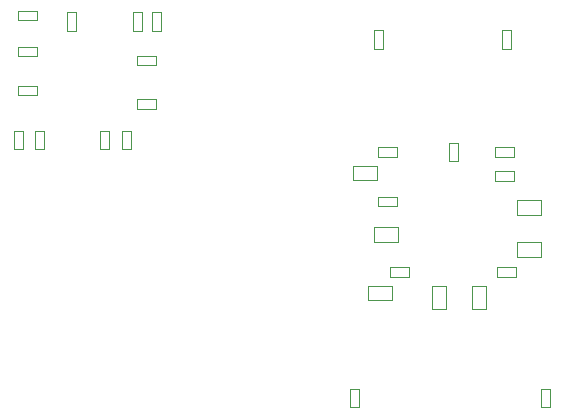
<source format=gbr>
G04 #@! TF.GenerationSoftware,KiCad,Pcbnew,(5.1.2-1)-1*
G04 #@! TF.CreationDate,2020-07-05T10:41:52+01:00*
G04 #@! TF.ProjectId,MZ80-80CLR,4d5a3830-2d38-4304-934c-522e6b696361,rev?*
G04 #@! TF.SameCoordinates,Original*
G04 #@! TF.FileFunction,Other,Fab,Bot*
%FSLAX46Y46*%
G04 Gerber Fmt 4.6, Leading zero omitted, Abs format (unit mm)*
G04 Created by KiCad (PCBNEW (5.1.2-1)-1) date 2020-07-05 10:41:52*
%MOMM*%
%LPD*%
G04 APERTURE LIST*
%ADD10C,0.100000*%
G04 APERTURE END LIST*
D10*
X116240000Y-77994000D02*
X116240000Y-79994000D01*
X117440000Y-77994000D02*
X116240000Y-77994000D01*
X117440000Y-79994000D02*
X117440000Y-77994000D01*
X116240000Y-79994000D02*
X117440000Y-79994000D01*
X119669000Y-77994000D02*
X119669000Y-79994000D01*
X120869000Y-77994000D02*
X119669000Y-77994000D01*
X120869000Y-79994000D02*
X120869000Y-77994000D01*
X119669000Y-79994000D02*
X120869000Y-79994000D01*
X123460000Y-71974000D02*
X125460000Y-71974000D01*
X123460000Y-70774000D02*
X123460000Y-71974000D01*
X125460000Y-70774000D02*
X123460000Y-70774000D01*
X125460000Y-71974000D02*
X125460000Y-70774000D01*
X112887000Y-78013000D02*
X110887000Y-78013000D01*
X112887000Y-79213000D02*
X112887000Y-78013000D01*
X110887000Y-79213000D02*
X112887000Y-79213000D01*
X110887000Y-78013000D02*
X110887000Y-79213000D01*
X123460000Y-75530000D02*
X125460000Y-75530000D01*
X123460000Y-74330000D02*
X123460000Y-75530000D01*
X125460000Y-74330000D02*
X123460000Y-74330000D01*
X125460000Y-75530000D02*
X125460000Y-74330000D01*
X113395000Y-73060000D02*
X111395000Y-73060000D01*
X113395000Y-74260000D02*
X113395000Y-73060000D01*
X111395000Y-74260000D02*
X113395000Y-74260000D01*
X111395000Y-73060000D02*
X111395000Y-74260000D01*
X111617000Y-67853000D02*
X109617000Y-67853000D01*
X111617000Y-69053000D02*
X111617000Y-67853000D01*
X109617000Y-69053000D02*
X111617000Y-69053000D01*
X109617000Y-67853000D02*
X109617000Y-69053000D01*
X80880000Y-64859000D02*
X80880000Y-66459000D01*
X81680000Y-64859000D02*
X80880000Y-64859000D01*
X81680000Y-66459000D02*
X81680000Y-64859000D01*
X80880000Y-66459000D02*
X81680000Y-66459000D01*
X82842000Y-61068000D02*
X81242000Y-61068000D01*
X82842000Y-61868000D02*
X82842000Y-61068000D01*
X81242000Y-61868000D02*
X82842000Y-61868000D01*
X81242000Y-61068000D02*
X81242000Y-61868000D01*
X82658000Y-64859000D02*
X82658000Y-66459000D01*
X83458000Y-64859000D02*
X82658000Y-64859000D01*
X83458000Y-66459000D02*
X83458000Y-64859000D01*
X82658000Y-66459000D02*
X83458000Y-66459000D01*
X88119000Y-64859000D02*
X88119000Y-66459000D01*
X88919000Y-64859000D02*
X88119000Y-64859000D01*
X88919000Y-66459000D02*
X88919000Y-64859000D01*
X88119000Y-66459000D02*
X88919000Y-66459000D01*
X82842000Y-57766000D02*
X81242000Y-57766000D01*
X82842000Y-58566000D02*
X82842000Y-57766000D01*
X81242000Y-58566000D02*
X82842000Y-58566000D01*
X81242000Y-57766000D02*
X81242000Y-58566000D01*
X91713000Y-56426000D02*
X91713000Y-54826000D01*
X90913000Y-56426000D02*
X91713000Y-56426000D01*
X90913000Y-54826000D02*
X90913000Y-56426000D01*
X91713000Y-54826000D02*
X90913000Y-54826000D01*
X93364000Y-56426000D02*
X93364000Y-54826000D01*
X92564000Y-56426000D02*
X93364000Y-56426000D01*
X92564000Y-54826000D02*
X92564000Y-56426000D01*
X93364000Y-54826000D02*
X92564000Y-54826000D01*
X91275000Y-59328000D02*
X92875000Y-59328000D01*
X91275000Y-58528000D02*
X91275000Y-59328000D01*
X92875000Y-58528000D02*
X91275000Y-58528000D01*
X92875000Y-59328000D02*
X92875000Y-58528000D01*
X86125000Y-56426000D02*
X86125000Y-54826000D01*
X85325000Y-56426000D02*
X86125000Y-56426000D01*
X85325000Y-54826000D02*
X85325000Y-56426000D01*
X86125000Y-54826000D02*
X85325000Y-54826000D01*
X90024000Y-64859000D02*
X90024000Y-66459000D01*
X90824000Y-64859000D02*
X90024000Y-64859000D01*
X90824000Y-66459000D02*
X90824000Y-64859000D01*
X90024000Y-66459000D02*
X90824000Y-66459000D01*
X91275000Y-63011000D02*
X92875000Y-63011000D01*
X91275000Y-62211000D02*
X91275000Y-63011000D01*
X92875000Y-62211000D02*
X91275000Y-62211000D01*
X92875000Y-63011000D02*
X92875000Y-62211000D01*
X82842000Y-54718000D02*
X81242000Y-54718000D01*
X82842000Y-55518000D02*
X82842000Y-54718000D01*
X81242000Y-55518000D02*
X82842000Y-55518000D01*
X81242000Y-54718000D02*
X81242000Y-55518000D01*
X114338000Y-76435000D02*
X112738000Y-76435000D01*
X114338000Y-77235000D02*
X114338000Y-76435000D01*
X112738000Y-77235000D02*
X114338000Y-77235000D01*
X112738000Y-76435000D02*
X112738000Y-77235000D01*
X121628000Y-67075000D02*
X123228000Y-67075000D01*
X121628000Y-66275000D02*
X121628000Y-67075000D01*
X123228000Y-66275000D02*
X121628000Y-66275000D01*
X123228000Y-67075000D02*
X123228000Y-66275000D01*
X121628000Y-69107000D02*
X123228000Y-69107000D01*
X121628000Y-68307000D02*
X121628000Y-69107000D01*
X123228000Y-68307000D02*
X121628000Y-68307000D01*
X123228000Y-69107000D02*
X123228000Y-68307000D01*
X113322000Y-70466000D02*
X111722000Y-70466000D01*
X113322000Y-71266000D02*
X113322000Y-70466000D01*
X111722000Y-71266000D02*
X113322000Y-71266000D01*
X111722000Y-70466000D02*
X111722000Y-71266000D01*
X118510000Y-65875000D02*
X117710000Y-65875000D01*
X117710000Y-65875000D02*
X117710000Y-67475000D01*
X117710000Y-67475000D02*
X118510000Y-67475000D01*
X118510000Y-67475000D02*
X118510000Y-65875000D01*
X113322000Y-66275000D02*
X111722000Y-66275000D01*
X113322000Y-67075000D02*
X113322000Y-66275000D01*
X111722000Y-67075000D02*
X113322000Y-67075000D01*
X111722000Y-66275000D02*
X111722000Y-67075000D01*
X121755000Y-77235000D02*
X123355000Y-77235000D01*
X121755000Y-76435000D02*
X121755000Y-77235000D01*
X123355000Y-76435000D02*
X121755000Y-76435000D01*
X123355000Y-77235000D02*
X123355000Y-76435000D01*
X111360000Y-56350000D02*
X111360000Y-57950000D01*
X112160000Y-56350000D02*
X111360000Y-56350000D01*
X112160000Y-57950000D02*
X112160000Y-56350000D01*
X111360000Y-57950000D02*
X112160000Y-57950000D01*
X110128000Y-88303000D02*
X110128000Y-86703000D01*
X109328000Y-88303000D02*
X110128000Y-88303000D01*
X109328000Y-86703000D02*
X109328000Y-88303000D01*
X110128000Y-86703000D02*
X109328000Y-86703000D01*
X126257000Y-88303000D02*
X126257000Y-86703000D01*
X125457000Y-88303000D02*
X126257000Y-88303000D01*
X125457000Y-86703000D02*
X125457000Y-88303000D01*
X126257000Y-86703000D02*
X125457000Y-86703000D01*
X122155000Y-56350000D02*
X122155000Y-57950000D01*
X122955000Y-56350000D02*
X122155000Y-56350000D01*
X122955000Y-57950000D02*
X122955000Y-56350000D01*
X122155000Y-57950000D02*
X122955000Y-57950000D01*
M02*

</source>
